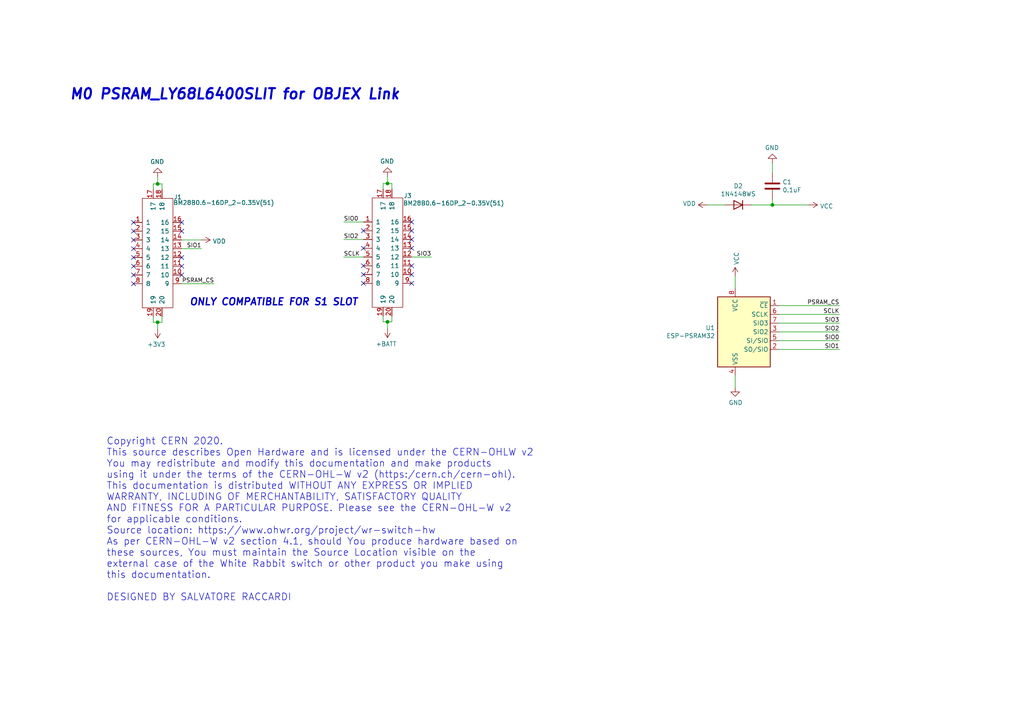
<source format=kicad_sch>
(kicad_sch (version 20211123) (generator eeschema)
  (paper "A4")
  (title_block (title "M0 PSRAM_LY68L6400SLIT for OBJEX Link") (date "2021-11-25") (rev "1.0") (company "OBJEX") (comment 1 "Designer: Salvatore Raccardi") (comment 2 "Docs: docs.objex.link"))
  (lib_symbols
    (symbol "Device:C" (pin_numbers hide) (pin_names (offset 0.254))
      (property "Reference" "C" (at 0.635 2.54 0))
      (property "Value" "C" (at 0.635 -2.54 0))
      (symbol "C_0_1"
        (polyline (pts (xy -2.032 -0.762) (xy 2.032 -0.762)) (stroke (width 0.508)))
        (polyline (pts (xy -2.032 0.762) (xy 2.032 0.762)) (stroke (width 0.508)))
      )
      (symbol "C_1_1"
        (pin passive line (at 0 3.81 270) (length 2.794) (name "~") (number "1"))
        (pin passive line (at 0 -3.81 90) (length 2.794) (name "~") (number "2"))
      )
    )
    (symbol "Device:D" (pin_numbers hide) (pin_names (offset 1.016) hide)
      (property "Reference" "D" (at 0 2.54 0))
      (property "Value" "D" (at 0 -2.54 0))
      (symbol "D_0_1"
        (polyline (pts (xy -1.27 1.27) (xy -1.27 -1.27)) (stroke (width 0.254)))
        (polyline (pts (xy 1.27 0) (xy -1.27 0)))
        (polyline (pts (xy 1.27 1.27) (xy 1.27 -1.27) (xy -1.27 0) (xy 1.27 1.27)) (stroke (width 0.254)))
      )
      (symbol "D_1_1"
        (pin passive line (at -3.81 0 0) (length 2.54) (name "K") (number "1"))
        (pin passive line (at 3.81 0 180) (length 2.54) (name "A") (number "2"))
      )
    )
    (symbol "HiroseConnectors:BM28B0.6-16DP_2-0.35V(51)" (pin_names (offset 1.016))
      (property "Reference" "J" (at 0 0 0))
      (property "Value" "HiroseConnectors_BM28B0.6-16DP_2-0.35V(51)" (at 0 0 0))
      (symbol "BM28B0.6-16DP_2-0.35V(51)_0_1"
        (rectangle (start -3.81 -12.7) (end 5.08 -44.45))
      )
      (symbol "BM28B0.6-16DP_2-0.35V(51)_1_1"
        (pin bidirectional line (at -6.35 -19.685 0) (length 2.54) (name "1") (number "1"))
        (pin bidirectional line (at 7.62 -34.925 180) (length 2.54) (name "10") (number "10"))
        (pin bidirectional line (at 7.62 -32.385 180) (length 2.54) (name "11") (number "11"))
        (pin bidirectional line (at 7.62 -29.845 180) (length 2.54) (name "12") (number "12"))
        (pin bidirectional line (at 7.62 -27.305 180) (length 2.54) (name "13") (number "13"))
        (pin bidirectional line (at 7.62 -24.765 180) (length 2.54) (name "14") (number "14"))
        (pin bidirectional line (at 7.62 -22.225 180) (length 2.54) (name "15") (number "15"))
        (pin bidirectional line (at 7.62 -19.685 180) (length 2.54) (name "16") (number "16"))
        (pin bidirectional line (at -0.635 -10.16 270) (length 2.54) (name "17") (number "17"))
        (pin bidirectional line (at 1.905 -10.16 270) (length 2.54) (name "18") (number "18"))
        (pin bidirectional line (at -0.635 -46.99 90) (length 2.54) (name "19") (number "19"))
        (pin bidirectional line (at -6.35 -22.225 0) (length 2.54) (name "2") (number "2"))
        (pin bidirectional line (at 1.905 -46.99 90) (length 2.54) (name "20") (number "20"))
        (pin bidirectional line (at -6.35 -24.765 0) (length 2.54) (name "3") (number "3"))
        (pin bidirectional line (at -6.35 -27.305 0) (length 2.54) (name "4") (number "4"))
        (pin bidirectional line (at -6.35 -29.845 0) (length 2.54) (name "5") (number "5"))
        (pin bidirectional line (at -6.35 -32.385 0) (length 2.54) (name "6") (number "6"))
        (pin bidirectional line (at -6.35 -34.925 0) (length 2.54) (name "7") (number "7"))
        (pin bidirectional line (at -6.35 -37.465 0) (length 2.54) (name "8") (number "8"))
        (pin bidirectional line (at 7.62 -37.465 180) (length 2.54) (name "9") (number "9"))
      )
    )
    (symbol "Memory_RAM:ESP-PSRAM32"
      (property "Reference" "U" (at 3.81 11.43 0))
      (property "Value" "ESP-PSRAM32" (at -1.27 -11.43 0))
      (symbol "ESP-PSRAM32_0_1"
        (rectangle (start -7.62 10.16) (end 7.62 -10.16) (stroke (width 0.254)) (fill (type background)))
      )
      (symbol "ESP-PSRAM32_1_1"
        (pin input line (at 10.16 7.62 180) (length 2.54) (name "~{CE}") (number "1"))
        (pin output line (at 10.16 -5.08 180) (length 2.54) (name "SO/SIO") (number "2"))
        (pin bidirectional line (at 10.16 0 180) (length 2.54) (name "SIO2") (number "3"))
        (pin power_in line (at -2.54 -12.7 90) (length 2.54) (name "VSS") (number "4"))
        (pin input line (at 10.16 -2.54 180) (length 2.54) (name "SI/SIO") (number "5"))
        (pin output line (at 10.16 5.08 180) (length 2.54) (name "SCLK") (number "6"))
        (pin bidirectional line (at 10.16 2.54 180) (length 2.54) (name "SIO3") (number "7"))
        (pin power_in line (at -2.54 12.7 270) (length 2.54) (name "VCC") (number "8"))
      )
    )
    (symbol "power:+3V3" (power) (pin_names (offset 0))
      (property "Value" "+3V3" (at 0 3.556 0))
      (symbol "+3V3_0_1"
        (polyline (pts (xy -0.762 1.27) (xy 0 2.54)))
        (polyline (pts (xy 0 0) (xy 0 2.54)))
        (polyline (pts (xy 0 2.54) (xy 0.762 1.27)))
      )
      (symbol "+3V3_1_1"
        (pin power_in line (at 0 0 90) (length 0) hide (name "+3V3") (number "1"))
      )
    )
    (symbol "power:+BATT" (power) (pin_names (offset 0))
      (property "Value" "+BATT" (at 0 3.556 0))
      (symbol "+BATT_0_1"
        (polyline (pts (xy -0.762 1.27) (xy 0 2.54)))
        (polyline (pts (xy 0 0) (xy 0 2.54)))
        (polyline (pts (xy 0 2.54) (xy 0.762 1.27)))
      )
      (symbol "+BATT_1_1"
        (pin power_in line (at 0 0 90) (length 0) hide (name "+BATT") (number "1"))
      )
    )
    (symbol "power:GND" (power) (pin_names (offset 0))
      (property "Value" "GND" (at 0 -3.81 0))
      (symbol "GND_0_1"
        (polyline (pts (xy 0 0) (xy 0 -1.27) (xy 1.27 -1.27) (xy 0 -2.54) (xy -1.27 -1.27) (xy 0 -1.27)))
      )
      (symbol "GND_1_1"
        (pin power_in line (at 0 0 270) (length 0) hide (name "GND") (number "1"))
      )
    )
    (symbol "power:VCC" (power) (pin_names (offset 0))
      (property "Value" "VCC" (at 0 3.81 0))
      (symbol "VCC_0_1"
        (polyline (pts (xy -0.762 1.27) (xy 0 2.54)))
        (polyline (pts (xy 0 0) (xy 0 2.54)))
        (polyline (pts (xy 0 2.54) (xy 0.762 1.27)))
      )
      (symbol "VCC_1_1"
        (pin power_in line (at 0 0 90) (length 0) hide (name "VCC") (number "1"))
      )
    )
    (symbol "power:VDD" (power) (pin_names (offset 0))
      (property "Value" "VDD" (at 0 3.81 0))
      (symbol "VDD_0_1"
        (polyline (pts (xy -0.762 1.27) (xy 0 2.54)))
        (polyline (pts (xy 0 0) (xy 0 2.54)))
        (polyline (pts (xy 0 2.54) (xy 0.762 1.27)))
      )
      (symbol "VDD_1_1"
        (pin power_in line (at 0 0 90) (length 0) hide (name "VDD") (number "1"))
      )
    )
  )
  (junction (at 112.395 53.213))
  (junction (at 112.395 93.345))
  (junction (at 45.72 53.34))
  (junction (at 224.028 59.436))
  (junction (at 45.72 93.472))
  (no_connect (at 105.41 77.089))
  (no_connect (at 38.735 72.136))
  (no_connect (at 105.41 82.169))
  (no_connect (at 119.38 72.009))
  (no_connect (at 119.38 79.629))
  (no_connect (at 119.38 77.089))
  (no_connect (at 52.705 67.056))
  (no_connect (at 52.705 74.676))
  (no_connect (at 38.735 69.596))
  (no_connect (at 105.41 72.009))
  (no_connect (at 38.735 82.296))
  (no_connect (at 105.41 66.929))
  (no_connect (at 38.735 74.676))
  (no_connect (at 119.38 66.929))
  (no_connect (at 119.38 82.169))
  (no_connect (at 38.735 64.516))
  (no_connect (at 119.38 64.389))
  (no_connect (at 38.735 79.756))
  (no_connect (at 52.705 64.516))
  (no_connect (at 105.41 79.629))
  (no_connect (at 38.735 77.216))
  (no_connect (at 52.705 79.756))
  (no_connect (at 52.705 77.216))
  (no_connect (at 38.735 67.056))
  (no_connect (at 119.38 69.469))
  (wire (pts (xy 45.72 93.472) (xy 45.72 95.504)))
  (wire (pts (xy 225.933 98.806) (xy 243.459 98.806)))
  (wire (pts (xy 111.125 54.864) (xy 111.125 53.213)))
  (wire (pts (xy 225.933 91.186) (xy 243.459 91.186)))
  (wire (pts (xy 213.233 83.566) (xy 213.233 80.137)))
  (wire (pts (xy 46.99 53.34) (xy 46.99 54.991)))
  (wire (pts (xy 213.233 108.966) (xy 213.233 112.395)))
  (wire (pts (xy 44.45 54.991) (xy 44.45 53.34)))
  (wire (pts (xy 52.705 82.296) (xy 62.103 82.296)))
  (wire (pts (xy 225.933 93.726) (xy 243.459 93.726)))
  (wire (pts (xy 112.395 53.213) (xy 113.665 53.213)))
  (wire (pts (xy 224.028 50.165) (xy 224.028 47.244)))
  (wire (pts (xy 113.665 93.345) (xy 112.395 93.345)))
  (wire (pts (xy 46.99 91.821) (xy 46.99 93.472)))
  (wire (pts (xy 105.41 74.549) (xy 99.695 74.549)))
  (wire (pts (xy 44.45 93.472) (xy 44.45 91.821)))
  (wire (pts (xy 112.395 93.345) (xy 111.125 93.345)))
  (wire (pts (xy 52.705 69.596) (xy 58.42 69.596)))
  (wire (pts (xy 105.41 64.389) (xy 99.695 64.389)))
  (wire (pts (xy 105.41 69.469) (xy 99.695 69.469)))
  (wire (pts (xy 111.125 53.213) (xy 112.395 53.213)))
  (wire (pts (xy 44.45 53.34) (xy 45.72 53.34)))
  (wire (pts (xy 45.72 53.34) (xy 45.72 51.308)))
  (wire (pts (xy 112.395 93.345) (xy 112.395 95.377)))
  (wire (pts (xy 111.125 93.345) (xy 111.125 91.694)))
  (wire (pts (xy 225.933 101.346) (xy 243.459 101.346)))
  (wire (pts (xy 224.028 59.436) (xy 217.932 59.436)))
  (wire (pts (xy 113.665 91.694) (xy 113.665 93.345)))
  (wire (pts (xy 46.99 93.472) (xy 45.72 93.472)))
  (wire (pts (xy 119.38 74.549) (xy 125.095 74.549)))
  (wire (pts (xy 113.665 53.213) (xy 113.665 54.864)))
  (wire (pts (xy 224.028 59.436) (xy 224.028 57.785)))
  (wire (pts (xy 210.312 59.436) (xy 205.105 59.436)))
  (wire (pts (xy 45.72 93.472) (xy 44.45 93.472)))
  (wire (pts (xy 52.705 72.136) (xy 58.42 72.136)))
  (wire (pts (xy 225.933 96.266) (xy 243.459 96.266)))
  (wire (pts (xy 45.72 53.34) (xy 46.99 53.34)))
  (wire (pts (xy 224.028 59.436) (xy 234.569 59.436)))
  (wire (pts (xy 112.395 53.213) (xy 112.395 51.181)))
  (wire (pts (xy 225.933 88.646) (xy 243.459 88.646)))
  (text "Copyright CERN 2020.\nThis source describes Open Hardware and is licensed under the CERN-OHLW v2\nYou may redistribute and modify this documentation and make products\nusing it under the terms of the CERN-OHL-W v2 (https:/cern.ch/cern-ohl).\nThis documentation is distributed WITHOUT ANY EXPRESS OR IMPLIED\nWARRANTY, INCLUDING OF MERCHANTABILITY, SATISFACTORY QUALITY\nAND FITNESS FOR A PARTICULAR PURPOSE. Please see the CERN-OHL-W v2\nfor applicable conditions.\nSource location: https://www.ohwr.org/project/wr-switch-hw\nAs per CERN-OHL-W v2 section 4.1, should You produce hardware based on\nthese sources, You must maintain the Source Location visible on the\nexternal case of the White Rabbit switch or other product you make using\nthis documentation.\n\nDESIGNED BY SALVATORE RACCARDI" (at 30.861 174.498 0) (effects (font (size 2.0066 2.0066)) (justify left bottom)))
  (text "ONLY COMPATIBLE FOR S1 SLOT" (at 54.864 88.9 0) (effects (font (size 2.0066 2.0066) (thickness 0.4013) bold italic) (justify left bottom)))
  (text "M0 PSRAM_LY68L6400SLIT for OBJEX Link" (at 20.066 29.21 0) (effects (font (size 2.9972 2.9972) (thickness 0.5994) bold italic) (justify left bottom)))
  (label "SIO2" (at 99.695 69.469 0) (effects (font (size 1.1938 1.1938))))
  (label "PSRAM_CS" (at 243.459 88.646 180) (effects (font (size 1.1938 1.1938))))
  (label "SIO1" (at 243.459 101.346 180) (effects (font (size 1.1938 1.1938))))
  (label "SCLK" (at 99.695 74.549 0) (effects (font (size 1.1938 1.1938))))
  (label "SIO3" (at 243.459 93.726 180) (effects (font (size 1.1938 1.1938))))
  (label "SIO0" (at 99.695 64.389 0) (effects (font (size 1.1938 1.1938))))
  (label "PSRAM_CS" (at 62.103 82.296 180) (effects (font (size 1.1938 1.1938))))
  (label "SIO3" (at 125.095 74.549 180) (effects (font (size 1.1938 1.1938))))
  (label "SCLK" (at 243.459 91.186 180) (effects (font (size 1.1938 1.1938))))
  (label "SIO0" (at 243.459 98.806 180) (effects (font (size 1.1938 1.1938))))
  (label "SIO2" (at 243.459 96.266 180) (effects (font (size 1.1938 1.1938))))
  (label "SIO1" (at 58.42 72.136 180) (effects (font (size 1.1938 1.1938))))
  (symbol (lib_id "HiroseConnectors:BM28B0.6-16DP_2-0.35V(51)") (at 45.085 44.831 0) (unit 1)
    (property "Reference" "J1" (at 51.562 57.15 0))
    (property "Value" "BM28B0.6-16DP_2-0.35V(51)" (at 64.897 58.801 0))
    (property "Footprint" "Connector_Hirose:BM28B0.6-16DP-2-0.35V(51)" (effects hide))
  )
  (symbol (lib_id "HiroseConnectors:BM28B0.6-16DP_2-0.35V(51)") (at 111.76 44.704 0) (unit 1)
    (property "Reference" "J3" (at 118.237 56.769 0))
    (property "Value" "BM28B0.6-16DP_2-0.35V(51)" (at 131.572 58.928 0))
    (property "Footprint" "Connector_Hirose:BM28B0.6-16DP-2-0.35V(51)" (effects hide))
  )
  (symbol (lib_id "power:GND") (at 45.72 51.308 180) (unit 1)
    (property "Reference" "#PWR0101" (effects hide))
    (property "Value" "GND" (at 45.593 46.9138 0))
  )
  (symbol (lib_id "power:+3V3") (at 45.72 95.504 180) (unit 1)
    (property "Reference" "#PWR0102" (effects hide))
    (property "Value" "+3V3" (at 45.339 99.8982 0))
  )
  (symbol (lib_id "power:GND") (at 112.395 51.181 180) (unit 1)
    (property "Reference" "#PWR0106" (effects hide))
    (property "Value" "GND" (at 112.268 46.7868 0))
  )
  (symbol (lib_id "Device:C") (at 224.028 53.975 0) (unit 1)
    (property "Reference" "C1" (at 226.949 52.8066 0) (effects (justify left)))
    (property "Value" "0.1uF" (at 226.949 55.118 0) (effects (justify left)))
    (property "Footprint" "Capacitor_SMD:C_0402_1005Metric" (effects hide))
  )
  (symbol (lib_id "power:GND") (at 224.028 47.244 180) (unit 1)
    (property "Reference" "#PWR0105" (effects hide))
    (property "Value" "GND" (at 223.901 42.8498 0))
  )
  (symbol (lib_id "Device:D") (at 214.122 59.436 180) (unit 1)
    (property "Reference" "D2" (at 214.122 53.9496 0))
    (property "Value" "1N4148WS" (at 214.122 56.261 0))
    (property "Footprint" "Diode_SMD:D_SOD-323" (effects hide))
  )
  (symbol (lib_id "Memory_RAM:ESP-PSRAM32") (at 215.773 96.266 0) (unit 1)
    (property "Reference" "U1" (at 207.391 95.0976 0) (effects (justify right)))
    (property "Value" "ESP-PSRAM32" (at 207.391 97.409 0) (effects (justify right)))
    (property "Footprint" "Package_SO:SOIC-8_3.9x4.9mm_P1.27mm" (effects hide))
    (property "Datasheet" "https://www.espressif.com/sites/default/files/documentation/esp-psram32_datasheet_en.pdf" (effects hide))
  )
  (symbol (lib_id "power:GND") (at 213.233 112.395 0) (unit 1)
    (property "Reference" "#PWR0103" (effects hide))
    (property "Value" "GND" (at 213.36 116.7892 0))
  )
  (symbol (lib_id "power:+BATT") (at 112.395 95.377 180) (unit 1)
    (property "Reference" "#PWR0104" (effects hide))
    (property "Value" "+BATT" (at 112.014 99.7712 0))
  )
  (symbol (lib_id "power:VDD") (at 58.42 69.596 270) (unit 1)
    (property "Reference" "#PWR0107" (effects hide))
    (property "Value" "VDD" (at 61.6712 69.977 90) (effects (justify left)))
  )
  (symbol (lib_id "power:VDD") (at 205.105 59.436 90) (unit 1)
    (property "Reference" "#PWR0108" (effects hide))
    (property "Value" "VDD" (at 201.8538 59.055 90) (effects (justify left)))
  )
  (symbol (lib_id "power:VCC") (at 213.233 80.137 0) (unit 1)
    (property "Reference" "#PWR0109" (effects hide))
    (property "Value" "VCC" (at 213.614 76.8858 90) (effects (justify left)))
  )
  (symbol (lib_id "power:VCC") (at 234.569 59.436 270) (unit 1)
    (property "Reference" "#PWR0112" (effects hide))
    (property "Value" "VCC" (at 237.8202 59.817 90) (effects (justify left)))
  )
)
</source>
